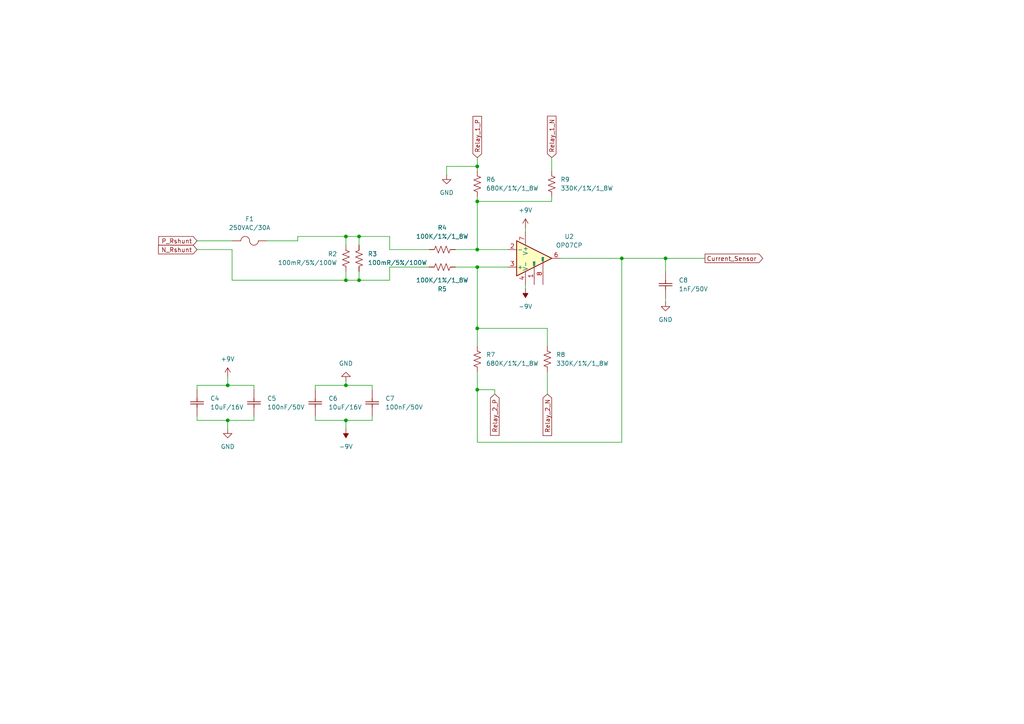
<source format=kicad_sch>
(kicad_sch (version 20231120) (generator "eeschema") (generator_version "8.0")
  (paper "A4")
  (lib_symbols
    (symbol "Measurement_Power_AC:Ceramic_Cap_SMD_100nF_16V" (pin_numbers hide) (pin_names hide)
      (property "Reference" "C" (at 1.016 2.794 0))
      (property "Value" "100nF/50V" (at 0.254 5.334 0))
      (symbol "Ceramic_Cap_SMD_100nF_16V_1_1"
        (polyline (pts (xy 1.27 0) (xy 2.2098 0)) (stroke (width 0.2032)))
        (polyline (pts (xy 2.2098 -1.905) (xy 2.2098 1.905)) (stroke (width 0.2032)))
        (polyline (pts (xy 2.8448 -1.905) (xy 2.8448 1.905)) (stroke (width 0.2032)))
        (polyline (pts (xy 2.8448 0) (xy 3.81 0)) (stroke (width 0.2032)))
        (pin unspecified line (at -1.27 0 0) (length 2.54) (name "") (number "1"))
        (pin unspecified line (at 6.35 0 180) (length 2.54) (name "") (number "2"))
      )
    )
    (symbol "Measurement_Power_AC:Ceramic_Cap_SMD_10uF_16V" (pin_numbers hide) (pin_names hide)
      (property "Reference" "C" (at 2.286 2.794 0))
      (property "Value" "10uF/16V" (at 0.254 5.334 0))
      (symbol "Ceramic_Cap_SMD_10uF_16V_1_1"
        (polyline (pts (xy 2.54 0) (xy 3.4798 0)) (stroke (width 0.2032)))
        (polyline (pts (xy 3.4798 -1.905) (xy 3.4798 1.905)) (stroke (width 0.2032)))
        (polyline (pts (xy 4.1148 -1.905) (xy 4.1148 1.905)) (stroke (width 0.2032)))
        (polyline (pts (xy 4.1148 0) (xy 5.08 0)) (stroke (width 0.2032)))
        (pin unspecified line (at 0 0 0) (length 2.54) (name "") (number "1"))
        (pin unspecified line (at 7.62 0 180) (length 2.54) (name "") (number "2"))
      )
    )
    (symbol "Measurement_Power_AC:Ceramic_Cap_SMD_1nF_50V" (pin_numbers hide) (pin_names hide)
      (property "Reference" "C" (at 1.016 2.794 0))
      (property "Value" "1nF/50V" (at 0.254 5.334 0))
      (symbol "Ceramic_Cap_SMD_1nF_50V_1_1"
        (polyline (pts (xy 1.27 0) (xy 2.2098 0)) (stroke (width 0.2032)))
        (polyline (pts (xy 2.2098 -1.905) (xy 2.2098 1.905)) (stroke (width 0.2032)))
        (polyline (pts (xy 2.8448 -1.905) (xy 2.8448 1.905)) (stroke (width 0.2032)))
        (polyline (pts (xy 2.8448 0) (xy 3.81 0)) (stroke (width 0.2032)))
        (pin unspecified line (at -1.27 0 0) (length 2.54) (name "") (number "1"))
        (pin unspecified line (at 6.35 0 180) (length 2.54) (name "") (number "2"))
      )
    )
    (symbol "Measurement_Power_AC:FUSE_250VAC_30A" (pin_numbers hide) (pin_names (offset 1.016) hide)
      (property "Reference" "F" (at -5.08 2.54 0))
      (property "Value" "250VAC/30A" (at -5.08 -3.81 0))
      (symbol "FUSE_250VAC_30A_0_0"
        (arc (start 0 0) (mid 1.27 -1.27) (end 2.54 0) (stroke (width 0.1524)))
        (pin passive line (at -5.08 0 0) (length 2.54) (name "~") (number "1"))
        (pin passive line (at 5.08 0 180) (length 2.54) (name "~") (number "2"))
      )
      (symbol "FUSE_250VAC_30A_1_0"
        (arc (start 0 0) (mid -1.27 1.27) (end -2.54 0) (stroke (width 0.1524)))
      )
    )
    (symbol "Measurement_Power_AC:OP07CP" (pin_names (offset 0.127))
      (property "Reference" "U" (at -1.778 12.954 0))
      (property "Value" "OP07CP" (at 9.652 1.27 0))
      (symbol "OP07CP_0_1"
        (polyline (pts (xy 0 10.16) (xy 10.16 5.08) (xy 0 0) (xy 0 10.16)) (stroke (width 0.254)) (fill (type background)))
      )
      (symbol "OP07CP_1_1"
        (pin input line (at 5.08 -2.54 90) (length 5.08) (name "VOS") (number "1"))
        (pin input line (at -2.54 7.62 0) (length 2.54) (name "-") (number "2"))
        (pin input line (at -2.54 2.54 0) (length 2.54) (name "+") (number "3"))
        (pin power_in line (at 2.54 -2.54 90) (length 3.81) (name "V-") (number "4"))
        (pin no_connect line (at 5.08 7.62 270) (length 2.54) hide (name "NC") (number "5"))
        (pin output line (at 12.7 5.08 180) (length 2.54) (name "~") (number "6"))
        (pin power_in line (at 2.54 12.7 270) (length 3.81) (name "V+") (number "7"))
        (pin input line (at 7.62 -2.54 90) (length 6.35) (name "VOS") (number "8"))
      )
    )
    (symbol "Measurement_Power_AC:RShunt_100mR" (pin_numbers hide) (pin_names hide)
      (property "Reference" "R" (at 3.556 2.54 0))
      (property "Value" "100mR/5%/100W" (at 4.064 -2.54 0))
      (symbol "RShunt_100mR_0_1"
        (polyline (pts (xy 1.524 0) (xy 1.27 0)))
        (polyline (pts (xy 6.096 0) (xy 6.35 0)))
        (polyline (pts (xy 1.524 0) (xy 1.905 1.016) (xy 2.286 0) (xy 2.667 -1.016) (xy 3.048 0)))
        (polyline (pts (xy 3.048 0) (xy 3.429 1.016) (xy 3.81 0) (xy 4.191 -1.016) (xy 4.572 0)))
        (polyline (pts (xy 4.572 0) (xy 4.953 1.016) (xy 5.334 0) (xy 5.715 -1.016) (xy 6.096 0)))
      )
      (symbol "RShunt_100mR_1_1"
        (pin passive line (at 0 0 0) (length 1.27) (name "~") (number "1"))
        (pin passive line (at 7.62 0 180) (length 1.27) (name "~") (number "2"))
      )
    )
    (symbol "Measurement_Power_AC:Res_100k_0805_1%" (pin_numbers hide) (pin_names hide)
      (property "Reference" "R" (at 3.556 2.54 0))
      (property "Value" "100K/1%/1_8W" (at 4.064 -2.54 0))
      (symbol "Res_100k_0805_1%_0_1"
        (polyline (pts (xy 1.524 0) (xy 1.27 0)))
        (polyline (pts (xy 6.096 0) (xy 6.35 0)))
        (polyline (pts (xy 1.524 0) (xy 1.905 1.016) (xy 2.286 0) (xy 2.667 -1.016) (xy 3.048 0)))
        (polyline (pts (xy 3.048 0) (xy 3.429 1.016) (xy 3.81 0) (xy 4.191 -1.016) (xy 4.572 0)))
        (polyline (pts (xy 4.572 0) (xy 4.953 1.016) (xy 5.334 0) (xy 5.715 -1.016) (xy 6.096 0)))
      )
      (symbol "Res_100k_0805_1%_1_1"
        (pin passive line (at 0 0 0) (length 1.27) (name "~") (number "1"))
        (pin passive line (at 7.62 0 180) (length 1.27) (name "~") (number "2"))
      )
    )
    (symbol "Measurement_Power_AC:Res_330k_0805_1%" (pin_numbers hide) (pin_names hide)
      (property "Reference" "R" (at 3.556 2.54 0))
      (property "Value" "330K/1%/1_8W" (at 4.064 -2.54 0))
      (symbol "Res_330k_0805_1%_0_1"
        (polyline (pts (xy 1.524 0) (xy 1.27 0)))
        (polyline (pts (xy 6.096 0) (xy 6.35 0)))
        (polyline (pts (xy 1.524 0) (xy 1.905 1.016) (xy 2.286 0) (xy 2.667 -1.016) (xy 3.048 0)))
        (polyline (pts (xy 3.048 0) (xy 3.429 1.016) (xy 3.81 0) (xy 4.191 -1.016) (xy 4.572 0)))
        (polyline (pts (xy 4.572 0) (xy 4.953 1.016) (xy 5.334 0) (xy 5.715 -1.016) (xy 6.096 0)))
      )
      (symbol "Res_330k_0805_1%_1_1"
        (pin passive line (at 0 0 0) (length 1.27) (name "~") (number "1"))
        (pin passive line (at 7.62 0 180) (length 1.27) (name "~") (number "2"))
      )
    )
    (symbol "Measurement_Power_AC:Res_680k_0805_1%" (pin_numbers hide) (pin_names hide)
      (property "Reference" "R" (at 3.556 2.54 0))
      (property "Value" "680K/1%/1_8W" (at 4.064 -2.54 0))
      (symbol "Res_680k_0805_1%_0_1"
        (polyline (pts (xy 1.524 0) (xy 1.27 0)))
        (polyline (pts (xy 6.096 0) (xy 6.35 0)))
        (polyline (pts (xy 1.524 0) (xy 1.905 1.016) (xy 2.286 0) (xy 2.667 -1.016) (xy 3.048 0)))
        (polyline (pts (xy 3.048 0) (xy 3.429 1.016) (xy 3.81 0) (xy 4.191 -1.016) (xy 4.572 0)))
        (polyline (pts (xy 4.572 0) (xy 4.953 1.016) (xy 5.334 0) (xy 5.715 -1.016) (xy 6.096 0)))
      )
      (symbol "Res_680k_0805_1%_1_1"
        (pin passive line (at 0 0 0) (length 1.27) (name "~") (number "1"))
        (pin passive line (at 7.62 0 180) (length 1.27) (name "~") (number "2"))
      )
    )
    (symbol "power:+9V" (power) (pin_numbers hide) (pin_names (offset 0) hide)
      (property "Value" "+9V" (at 0 3.556 0))
      (symbol "+9V_0_1"
        (polyline (pts (xy -0.762 1.27) (xy 0 2.54)))
        (polyline (pts (xy 0 0) (xy 0 2.54)))
        (polyline (pts (xy 0 2.54) (xy 0.762 1.27)))
      )
      (symbol "+9V_1_1"
        (pin power_in line (at 0 0 90) (length 0) (name "~") (number "1"))
      )
    )
    (symbol "power:-9V" (power) (pin_numbers hide) (pin_names (offset 0) hide)
      (property "Value" "-9V" (at 0 3.556 0))
      (symbol "-9V_0_1"
        (polyline (pts (xy 0 0) (xy 0 2.54)))
        (polyline (pts (xy 0.762 1.27) (xy -0.762 1.27) (xy 0 2.54) (xy 0.762 1.27)) (fill (type outline)))
      )
      (symbol "-9V_1_1"
        (pin power_in line (at 0 0 90) (length 0) (name "~") (number "1"))
      )
    )
    (symbol "power:GND" (power) (pin_numbers hide) (pin_names (offset 0) hide)
      (property "Value" "GND" (at 0 -3.81 0))
      (symbol "GND_0_1"
        (polyline (pts (xy 0 0) (xy 0 -1.27) (xy 1.27 -1.27) (xy 0 -2.54) (xy -1.27 -1.27) (xy 0 -1.27)))
      )
      (symbol "GND_1_1"
        (pin power_in line (at 0 0 270) (length 0) (name "~") (number "1"))
      )
    )
  )
  (junction (at 100.33 111.76))
  (junction (at 138.43 58.42))
  (junction (at 138.43 113.03))
  (junction (at 100.33 81.28))
  (junction (at 104.14 81.28))
  (junction (at 66.04 121.92))
  (junction (at 138.43 77.47))
  (junction (at 138.43 48.26))
  (junction (at 66.04 111.76))
  (junction (at 138.43 72.39))
  (junction (at 104.14 68.58))
  (junction (at 138.43 95.25))
  (junction (at 180.34 74.93))
  (junction (at 100.33 68.58))
  (junction (at 193.04 74.93))
  (junction (at 100.33 121.92))
  (wire (pts (xy 100.33 111.76) (xy 107.95 111.76)))
  (wire (pts (xy 124.46 72.39) (xy 113.03 72.39)))
  (wire (pts (xy 104.14 78.74) (xy 104.14 81.28)))
  (wire (pts (xy 73.66 111.76) (xy 66.04 111.76)))
  (wire (pts (xy 152.4 82.55) (xy 152.4 83.82)))
  (wire (pts (xy 100.33 121.92) (xy 107.95 121.92)))
  (wire (pts (xy 138.43 77.47) (xy 147.32 77.47)))
  (wire (pts (xy 57.15 72.39) (xy 67.31 72.39)))
  (wire (pts (xy 91.44 120.65) (xy 91.44 121.92)))
  (wire (pts (xy 152.4 66.04) (xy 152.4 67.31)))
  (wire (pts (xy 143.51 113.03) (xy 138.43 113.03)))
  (wire (pts (xy 138.43 72.39) (xy 147.32 72.39)))
  (wire (pts (xy 138.43 57.15) (xy 138.43 58.42)))
  (wire (pts (xy 143.51 114.3) (xy 143.51 113.03)))
  (wire (pts (xy 160.02 57.15) (xy 160.02 58.42)))
  (wire (pts (xy 138.43 58.42) (xy 160.02 58.42)))
  (wire (pts (xy 57.15 111.76) (xy 57.15 113.03)))
  (wire (pts (xy 77.47 69.85) (xy 86.36 69.85)))
  (wire (pts (xy 107.95 111.76) (xy 107.95 113.03)))
  (wire (pts (xy 138.43 95.25) (xy 138.43 100.33)))
  (wire (pts (xy 66.04 111.76) (xy 57.15 111.76)))
  (wire (pts (xy 91.44 121.92) (xy 100.33 121.92)))
  (wire (pts (xy 138.43 107.95) (xy 138.43 113.03)))
  (wire (pts (xy 73.66 113.03) (xy 73.66 111.76)))
  (wire (pts (xy 66.04 121.92) (xy 66.04 124.46)))
  (wire (pts (xy 100.33 110.49) (xy 100.33 111.76)))
  (wire (pts (xy 180.34 128.27) (xy 180.34 74.93)))
  (wire (pts (xy 180.34 74.93) (xy 193.04 74.93)))
  (wire (pts (xy 107.95 120.65) (xy 107.95 121.92)))
  (wire (pts (xy 73.66 121.92) (xy 73.66 120.65)))
  (wire (pts (xy 100.33 121.92) (xy 100.33 124.46)))
  (wire (pts (xy 158.75 100.33) (xy 158.75 95.25)))
  (wire (pts (xy 86.36 69.85) (xy 86.36 68.58)))
  (wire (pts (xy 193.04 78.74) (xy 193.04 74.93)))
  (wire (pts (xy 91.44 113.03) (xy 91.44 111.76)))
  (wire (pts (xy 66.04 121.92) (xy 73.66 121.92)))
  (wire (pts (xy 100.33 68.58) (xy 104.14 68.58)))
  (wire (pts (xy 100.33 78.74) (xy 100.33 81.28)))
  (wire (pts (xy 100.33 81.28) (xy 104.14 81.28)))
  (wire (pts (xy 100.33 71.12) (xy 100.33 68.58)))
  (wire (pts (xy 113.03 72.39) (xy 113.03 68.58)))
  (wire (pts (xy 193.04 74.93) (xy 204.47 74.93)))
  (wire (pts (xy 138.43 58.42) (xy 138.43 72.39)))
  (wire (pts (xy 193.04 86.36) (xy 193.04 87.63)))
  (wire (pts (xy 124.46 77.47) (xy 113.03 77.47)))
  (wire (pts (xy 138.43 77.47) (xy 138.43 95.25)))
  (wire (pts (xy 67.31 81.28) (xy 100.33 81.28)))
  (wire (pts (xy 162.56 74.93) (xy 180.34 74.93)))
  (wire (pts (xy 138.43 113.03) (xy 138.43 128.27)))
  (wire (pts (xy 57.15 121.92) (xy 66.04 121.92)))
  (wire (pts (xy 66.04 109.22) (xy 66.04 111.76)))
  (wire (pts (xy 132.08 72.39) (xy 138.43 72.39)))
  (wire (pts (xy 158.75 95.25) (xy 138.43 95.25)))
  (wire (pts (xy 129.54 50.8) (xy 129.54 48.26)))
  (wire (pts (xy 57.15 120.65) (xy 57.15 121.92)))
  (wire (pts (xy 86.36 68.58) (xy 100.33 68.58)))
  (wire (pts (xy 132.08 77.47) (xy 138.43 77.47)))
  (wire (pts (xy 138.43 45.72) (xy 138.43 48.26)))
  (wire (pts (xy 158.75 107.95) (xy 158.75 114.3)))
  (wire (pts (xy 113.03 68.58) (xy 104.14 68.58)))
  (wire (pts (xy 91.44 111.76) (xy 100.33 111.76)))
  (wire (pts (xy 138.43 128.27) (xy 180.34 128.27)))
  (wire (pts (xy 138.43 48.26) (xy 138.43 49.53)))
  (wire (pts (xy 104.14 81.28) (xy 113.03 81.28)))
  (wire (pts (xy 104.14 68.58) (xy 104.14 71.12)))
  (wire (pts (xy 160.02 45.72) (xy 160.02 49.53)))
  (wire (pts (xy 67.31 72.39) (xy 67.31 81.28)))
  (wire (pts (xy 129.54 48.26) (xy 138.43 48.26)))
  (wire (pts (xy 113.03 77.47) (xy 113.03 81.28)))
  (wire (pts (xy 57.15 69.85) (xy 67.31 69.85)))
  (global_label "P_Rshunt" (shape input) (at 57.15 69.85 180) (property "Intersheetrefs" "${INTERSHEET_REFS}" (effects (hide yes))))
  (global_label "Relay_2_N" (shape input) (at 158.75 114.3 270) (property "Intersheetrefs" "${INTERSHEET_REFS}" (effects (hide yes))))
  (global_label "Current_Sensor" (shape output) (at 204.47 74.93 0) (property "Intersheetrefs" "${INTERSHEET_REFS}" (effects (hide yes))))
  (global_label "Relay_1_P" (shape input) (at 138.43 45.72 90) (property "Intersheetrefs" "${INTERSHEET_REFS}" (effects (hide yes))))
  (global_label "Relay_1_N" (shape input) (at 160.02 45.72 90) (property "Intersheetrefs" "${INTERSHEET_REFS}" (effects (hide yes))))
  (global_label "Relay_2_P" (shape input) (at 143.51 114.3 270) (property "Intersheetrefs" "${INTERSHEET_REFS}" (effects (hide yes))))
  (global_label "N_Rshunt" (shape input) (at 57.15 72.39 180) (property "Intersheetrefs" "${INTERSHEET_REFS}" (effects (hide yes))))
  (symbol (lib_id "power:GND") (at 193.04 87.63 0) (unit 1)
    (property "Reference" "#PWR014" (effects (hide yes)))
    (property "Value" "GND" (at 193.04 92.71 0))
    (property "Description" "Power symbol creates a global label with name \"GND\" , ground" (effects (hide yes)))
  )
  (symbol (lib_id "Measurement_Power_AC:Res_330k_0805_1%") (at 160.02 57.15 90) (unit 1)
    (property "Reference" "R9" (at 162.56 52.0699 90) (effects (justify right)))
    (property "Value" "330K/1%/1_8W" (at 162.56 54.6099 90) (effects (justify right)))
    (property "Footprint" "Measure_Power_AC:Res_0805" (effects (hide yes)))
    (property "Description" "Res 330 KOhm 0805 1%" (effects (hide yes)))
    (property "Supply name" "Thegioiic" (effects (hide yes)))
    (property "Supply part number" "Điện Trở 330 KOhm 0805 1%" (effects (hide yes)))
    (property "Supply URL" "https://www.thegioiic.com/dien-tro-330-kohm-0805-1-" (effects (hide yes)))
  )
  (symbol (lib_id "Measurement_Power_AC:RShunt_100mR") (at 104.14 78.74 270) (mirror x) (unit 1)
    (property "Reference" "R3" (at 106.68 73.6599 90) (effects (justify left)))
    (property "Value" "100mR/5%/100W" (at 106.68 76.1999 90) (effects (justify left)))
    (property "Footprint" "Measure_Power_AC:Aluminium_Resistor" (effects (hide yes)))
    (property "Description" "Res 100mOhm 5% 100W" (effects (hide yes)))
    (property "Supply name" "Thegioiic" (effects (hide yes)))
    (property "Supply part number" "Điện Trở Vỏ Nhôm 0.1 Ohm 100W 5%" (effects (hide yes)))
    (property "Supply URL" "https://www.thegioiic.com/dien-tro-vo-nhom-0-1-ohm-100w-5-" (effects (hide yes)))
  )
  (symbol (lib_id "Measurement_Power_AC:Ceramic_Cap_SMD_1nF_50V") (at 193.04 85.09 90) (unit 1)
    (property "Reference" "C8" (at 196.85 81.2799 90) (effects (justify right)))
    (property "Value" "1nF/50V" (at 196.85 83.8199 90) (effects (justify right)))
    (property "Footprint" "Measure_Power_AC:Ceramic_Cap_0805" (effects (hide yes)))
    (property "Datasheet" "https://www.mouser.vn/datasheet/2/40/KYOCERA_AutoMLCCKAM-3106308.pdf" (effects (hide yes)))
    (property "Description" "10%, 0805 (2012 Metric)" (effects (hide yes)))
    (property "Supply name" "Thegioiic" (effects (hide yes)))
    (property "Supply part number" "Tụ Gốm 0805 1nF 50V" (effects (hide yes)))
    (property "Supply URL" "https://www.thegioiic.com/tu-gom-0805-1nf-50v" (effects (hide yes)))
  )
  (symbol (lib_id "Measurement_Power_AC:Res_680k_0805_1%") (at 138.43 57.15 90) (unit 1)
    (property "Reference" "R6" (at 140.97 52.0699 90) (effects (justify right)))
    (property "Value" "680K/1%/1_8W" (at 140.97 54.6099 90) (effects (justify right)))
    (property "Footprint" "Measure_Power_AC:Res_0805" (effects (hide yes)))
    (property "Description" "Res 680 KOhm 0805 1%" (effects (hide yes)))
    (property "Supply name" "Thegioiic" (effects (hide yes)))
    (property "Supply part number" "Điện Trở 680 KOhm 0805 1%" (effects (hide yes)))
    (property "Supply URL" "https://www.thegioiic.com/dien-tro-620-kohm-0805-1-" (effects (hide yes)))
  )
  (symbol (lib_id "power:GND") (at 100.33 110.49 180) (unit 1)
    (property "Reference" "#PWR09" (effects (hide yes)))
    (property "Value" "GND" (at 100.33 105.41 0))
    (property "Description" "Power symbol creates a global label with name \"GND\" , ground" (effects (hide yes)))
  )
  (symbol (lib_id "Measurement_Power_AC:RShunt_100mR") (at 100.33 78.74 90) (unit 1)
    (property "Reference" "R2" (at 97.79 73.6599 90) (effects (justify left)))
    (property "Value" "100mR/5%/100W" (at 97.79 76.1999 90) (effects (justify left)))
    (property "Footprint" "Measure_Power_AC:Aluminium_Resistor" (effects (hide yes)))
    (property "Description" "Res 100mOhm 5% 100W" (effects (hide yes)))
    (property "Supply name" "Thegioiic" (effects (hide yes)))
    (property "Supply part number" "Điện Trở Vỏ Nhôm 0.1 Ohm 100W 5%" (effects (hide yes)))
    (property "Supply URL" "https://www.thegioiic.com/dien-tro-vo-nhom-0-1-ohm-100w-5-" (effects (hide yes)))
  )
  (symbol (lib_id "Measurement_Power_AC:OP07CP") (at 149.86 80.01 0) (unit 1)
    (property "Reference" "U2" (at 165.1 68.6114 0))
    (property "Value" "OP07CP" (at 165.1 71.1514 0))
    (property "Footprint" "Measure_Power_AC:DIP8" (effects (hide yes)))
    (property "Datasheet" "https://www.analog.com/media/en/technical-documentation/data-sheets/OP07.pdf" (effects (hide yes)))
    (property "Description" "OP07CP IC OPAMP General Purpose Amplifier 1 Circuit 600Khz, 8-SOIC" (effects (hide yes)))
    (property "Supply name " "Chipn24" (effects (hide yes)))
    (property "Supply part number" "OP07CP IC OPAMP General Purpose Amplifier" (effects (hide yes)))
    (property "Supply URL" "https://chipn24.com/dip-ic-op07-dip-8-op07cp-id1386.html" (effects (hide yes)))
  )
  (symbol (lib_id "power:+9V") (at 66.04 109.22 0) (unit 1)
    (property "Reference" "#PWR07" (effects (hide yes)))
    (property "Value" "+9V" (at 66.04 104.14 0))
    (property "Description" "Power symbol creates a global label with name \"+9V\"" (effects (hide yes)))
  )
  (symbol (lib_id "power:-9V") (at 152.4 83.82 180) (unit 1)
    (property "Reference" "#PWR013" (effects (hide yes)))
    (property "Value" "-9V" (at 152.4 88.9 0))
    (property "Description" "Power symbol creates a global label with name \"-9V\"" (effects (hide yes)))
  )
  (symbol (lib_id "power:GND") (at 66.04 124.46 0) (unit 1)
    (property "Reference" "#PWR08" (effects (hide yes)))
    (property "Value" "GND" (at 66.04 129.54 0))
    (property "Description" "Power symbol creates a global label with name \"GND\" , ground" (effects (hide yes)))
  )
  (symbol (lib_id "Measurement_Power_AC:Ceramic_Cap_SMD_100nF_16V") (at 107.95 119.38 90) (unit 1)
    (property "Reference" "C7" (at 111.76 115.5699 90) (effects (justify right)))
    (property "Value" "100nF/50V" (at 111.76 118.1099 90) (effects (justify right)))
    (property "Footprint" "Measure_Power_AC:Ceramic_Cap_0805" (effects (hide yes)))
    (property "Datasheet" "https://www.mouser.vn/datasheet/2/40/KYOCERA_AutoMLCCKAM-3106308.pdf" (effects (hide yes)))
    (property "Description" "10%, 0805 (2012 Metric)" (effects (hide yes)))
    (property "Supply name" "Thegioiic" (effects (hide yes)))
    (property "Supply part number" "Tụ Gốm 0805 100nF (0.1uF) 50V" (effects (hide yes)))
    (property "Supply URL" "https://www.thegioiic.com/tu-gom-0805-100nf-0-1uf-50v" (effects (hide yes)))
  )
  (symbol (lib_id "Measurement_Power_AC:Res_100k_0805_1%") (at 124.46 72.39 0) (unit 1)
    (property "Reference" "R4" (at 128.27 66.04 0))
    (property "Value" "100K/1%/1_8W" (at 128.27 68.58 0))
    (property "Footprint" "Measure_Power_AC:Res_0805" (effects (hide yes)))
    (property "Description" "Res 100KOhm 0805 1%" (effects (hide yes)))
    (property "Supply name" "Thegioiic" (effects (hide yes)))
    (property "Supply part number" "Điện Trở 100 KOhm 0805 1%" (effects (hide yes)))
    (property "Supply URL" "https://www.thegioiic.com/dien-tro-100-kohm-0805-1-" (effects (hide yes)))
  )
  (symbol (lib_id "Measurement_Power_AC:Res_680k_0805_1%") (at 138.43 107.95 90) (unit 1)
    (property "Reference" "R7" (at 140.97 102.8699 90) (effects (justify right)))
    (property "Value" "680K/1%/1_8W" (at 140.97 105.4099 90) (effects (justify right)))
    (property "Footprint" "Measure_Power_AC:Res_0805" (effects (hide yes)))
    (property "Description" "Res 680 KOhm 0805 1%" (effects (hide yes)))
    (property "Supply name" "Thegioiic" (effects (hide yes)))
    (property "Supply part number" "Điện Trở 680 KOhm 0805 1%" (effects (hide yes)))
    (property "Supply URL" "https://www.thegioiic.com/dien-tro-620-kohm-0805-1-" (effects (hide yes)))
  )
  (symbol (lib_id "Measurement_Power_AC:Ceramic_Cap_SMD_10uF_16V") (at 57.15 120.65 90) (unit 1)
    (property "Reference" "C4" (at 60.96 115.5699 90) (effects (justify right)))
    (property "Value" "10uF/16V" (at 60.96 118.1099 90) (effects (justify right)))
    (property "Footprint" "Measure_Power_AC:Ceramic_Cap_0805" (effects (hide yes)))
    (property "Datasheet" "https://www.mouser.vn/datasheet/2/40/KYOCERA_AutoMLCCKAM-3106308.pdf" (effects (hide yes)))
    (property "Description" "10%, 0805 (2012 Metric)" (effects (hide yes)))
    (property "Supply name" "Thegioiic" (effects (hide yes)))
    (property "Supply part number" "Tụ Gốm 0805 10uF 16V" (effects (hide yes)))
    (property "Supply URL" "https://www.thegioiic.com/tu-gom-0805-10uf-16v" (effects (hide yes)))
  )
  (symbol (lib_id "Measurement_Power_AC:Ceramic_Cap_SMD_100nF_16V") (at 73.66 119.38 90) (unit 1)
    (property "Reference" "C5" (at 77.47 115.5699 90) (effects (justify right)))
    (property "Value" "100nF/50V" (at 77.47 118.1099 90) (effects (justify right)))
    (property "Footprint" "Measure_Power_AC:Ceramic_Cap_0805" (effects (hide yes)))
    (property "Datasheet" "https://www.mouser.vn/datasheet/2/40/KYOCERA_AutoMLCCKAM-3106308.pdf" (effects (hide yes)))
    (property "Description" "10%, 0805 (2012 Metric)" (effects (hide yes)))
    (property "Supply name" "Thegioiic" (effects (hide yes)))
    (property "Supply part number" "Tụ Gốm 0805 100nF (0.1uF) 50V" (effects (hide yes)))
    (property "Supply URL" "https://www.thegioiic.com/tu-gom-0805-100nf-0-1uf-50v" (effects (hide yes)))
  )
  (symbol (lib_id "Measurement_Power_AC:Res_100k_0805_1%") (at 124.46 77.47 0) (unit 1)
    (property "Reference" "R5" (at 128.27 83.82 0))
    (property "Value" "100K/1%/1_8W" (at 128.27 81.28 0))
    (property "Footprint" "Measure_Power_AC:Res_0805" (effects (hide yes)))
    (property "Description" "Res 100KOhm 0805 1%" (effects (hide yes)))
    (property "Supply name" "Thegioiic" (effects (hide yes)))
    (property "Supply part number" "Điện Trở 100 KOhm 0805 1%" (effects (hide yes)))
    (property "Supply URL" "https://www.thegioiic.com/dien-tro-100-kohm-0805-1-" (effects (hide yes)))
  )
  (symbol (lib_id "power:+9V") (at 152.4 66.04 0) (unit 1)
    (property "Reference" "#PWR012" (effects (hide yes)))
    (property "Value" "+9V" (at 152.4 60.96 0))
    (property "Description" "Power symbol creates a global label with name \"+9V\"" (effects (hide yes)))
  )
  (symbol (lib_id "power:-9V") (at 100.33 124.46 180) (unit 1)
    (property "Reference" "#PWR010" (effects (hide yes)))
    (property "Value" "-9V" (at 100.33 129.54 0))
    (property "Description" "Power symbol creates a global label with name \"-9V\"" (effects (hide yes)))
  )
  (symbol (lib_id "Measurement_Power_AC:FUSE_250VAC_30A") (at 72.39 69.85 0) (unit 1)
    (property "Reference" "F1" (at 72.39 63.5 0))
    (property "Value" "250VAC/30A" (at 72.39 66.04 0))
    (property "Footprint" "Measure_Power_AC:FUSE_254_PC_LTF" (effects (hide yes)))
    (property "Description" "250 VAC, 30A" (effects (hide yes)))
    (property "Supply name" "Thegioiic" (effects (hide yes)))
    (property "Supply part number" "Cầu Chì Ống Thủy Tinh 30A 5x20mm Tốc Độ F" (effects (hide yes)))
    (property "Supply URL" "https://www.thegioiic.com/cau-chi-ong-thuy-tinh-30a-5x20mm-toc-do-f" (effects (hide yes)))
  )
  (symbol (lib_id "Measurement_Power_AC:Ceramic_Cap_SMD_10uF_16V") (at 91.44 120.65 90) (unit 1)
    (property "Reference" "C6" (at 95.25 115.5699 90) (effects (justify right)))
    (property "Value" "10uF/16V" (at 95.25 118.1099 90) (effects (justify right)))
    (property "Footprint" "Measure_Power_AC:Ceramic_Cap_0805" (effects (hide yes)))
    (property "Datasheet" "https://www.mouser.vn/datasheet/2/40/KYOCERA_AutoMLCCKAM-3106308.pdf" (effects (hide yes)))
    (property "Description" "10%, 0805 (2012 Metric)" (effects (hide yes)))
    (property "Supply name" "Thegioiic" (effects (hide yes)))
    (property "Supply part number" "Tụ Gốm 0805 10uF 16V" (effects (hide yes)))
    (property "Supply URL" "https://www.thegioiic.com/tu-gom-0805-10uf-16v" (effects (hide yes)))
  )
  (symbol (lib_id "power:GND") (at 129.54 50.8 0) (unit 1)
    (property "Reference" "#PWR011" (effects (hide yes)))
    (property "Value" "GND" (at 129.54 55.88 0))
    (property "Description" "Power symbol creates a global label with name \"GND\" , ground" (effects (hide yes)))
  )
  (symbol (lib_id "Measurement_Power_AC:Res_330k_0805_1%") (at 158.75 107.95 90) (unit 1)
    (property "Reference" "R8" (at 161.29 102.8699 90) (effects (justify right)))
    (property "Value" "330K/1%/1_8W" (at 161.29 105.4099 90) (effects (justify right)))
    (property "Footprint" "Measure_Power_AC:Res_0805" (effects (hide yes)))
    (property "Description" "Res 330 KOhm 0805 1%" (effects (hide yes)))
    (property "Supply name" "Thegioiic" (effects (hide yes)))
    (property "Supply part number" "Điện Trở 330 KOhm 0805 1%" (effects (hide yes)))
    (property "Supply URL" "https://www.thegioiic.com/dien-tro-330-kohm-0805-1-" (effects (hide yes)))
  )
)
</source>
